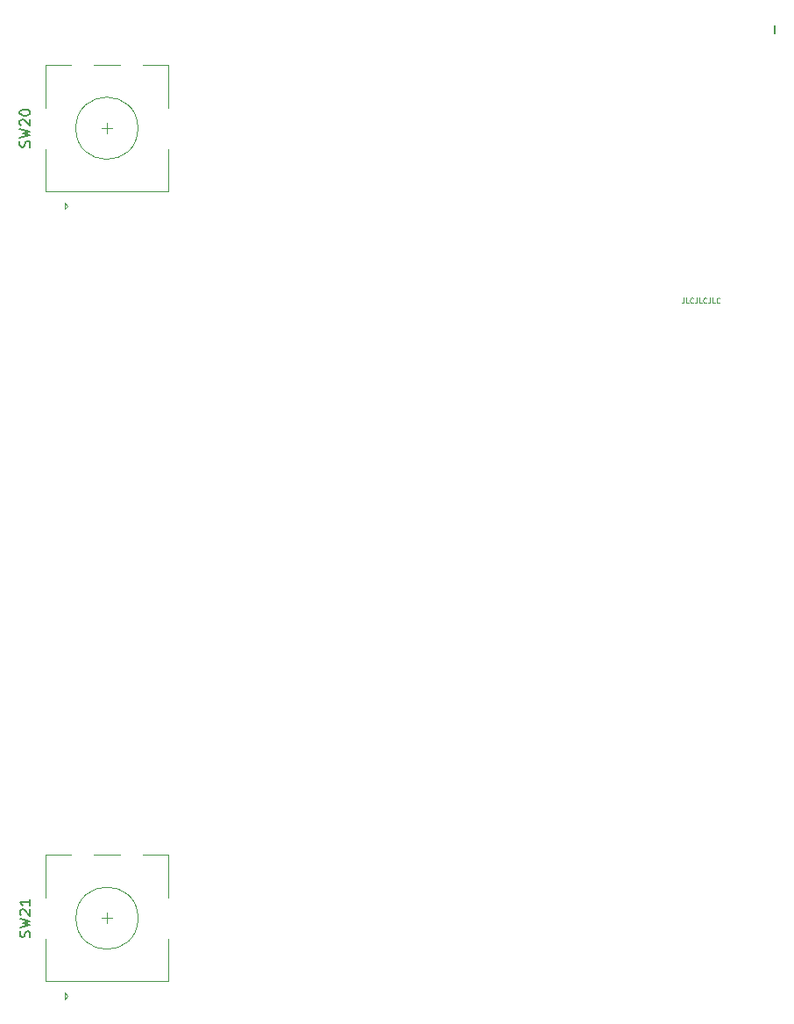
<source format=gbr>
G04 #@! TF.GenerationSoftware,KiCad,Pcbnew,(5.1.6)-1*
G04 #@! TF.CreationDate,2020-09-28T23:28:13+08:00*
G04 #@! TF.ProjectId,Hami,48616d69-2e6b-4696-9361-645f70636258,rev?*
G04 #@! TF.SameCoordinates,Original*
G04 #@! TF.FileFunction,Legend,Top*
G04 #@! TF.FilePolarity,Positive*
%FSLAX46Y46*%
G04 Gerber Fmt 4.6, Leading zero omitted, Abs format (unit mm)*
G04 Created by KiCad (PCBNEW (5.1.6)-1) date 2020-09-28 23:28:13*
%MOMM*%
%LPD*%
G01*
G04 APERTURE LIST*
%ADD10C,0.100000*%
%ADD11C,0.120000*%
%ADD12C,0.150000*%
G04 APERTURE END LIST*
D10*
X173176234Y-79847987D02*
X173176234Y-80205130D01*
X173152424Y-80276558D01*
X173104805Y-80324177D01*
X173033377Y-80347987D01*
X172985758Y-80347987D01*
X173652424Y-80347987D02*
X173414329Y-80347987D01*
X173414329Y-79847987D01*
X174104805Y-80300368D02*
X174080996Y-80324177D01*
X174009567Y-80347987D01*
X173961948Y-80347987D01*
X173890520Y-80324177D01*
X173842901Y-80276558D01*
X173819091Y-80228939D01*
X173795281Y-80133701D01*
X173795281Y-80062273D01*
X173819091Y-79967035D01*
X173842901Y-79919416D01*
X173890520Y-79871797D01*
X173961948Y-79847987D01*
X174009567Y-79847987D01*
X174080996Y-79871797D01*
X174104805Y-79895606D01*
X174461948Y-79847987D02*
X174461948Y-80205130D01*
X174438139Y-80276558D01*
X174390520Y-80324177D01*
X174319091Y-80347987D01*
X174271472Y-80347987D01*
X174938139Y-80347987D02*
X174700043Y-80347987D01*
X174700043Y-79847987D01*
X175390520Y-80300368D02*
X175366710Y-80324177D01*
X175295281Y-80347987D01*
X175247662Y-80347987D01*
X175176234Y-80324177D01*
X175128615Y-80276558D01*
X175104805Y-80228939D01*
X175080996Y-80133701D01*
X175080996Y-80062273D01*
X175104805Y-79967035D01*
X175128615Y-79919416D01*
X175176234Y-79871797D01*
X175247662Y-79847987D01*
X175295281Y-79847987D01*
X175366710Y-79871797D01*
X175390520Y-79895606D01*
X175747662Y-79847987D02*
X175747662Y-80205130D01*
X175723853Y-80276558D01*
X175676234Y-80324177D01*
X175604805Y-80347987D01*
X175557186Y-80347987D01*
X176223853Y-80347987D02*
X175985758Y-80347987D01*
X175985758Y-79847987D01*
X176676234Y-80300368D02*
X176652424Y-80324177D01*
X176580996Y-80347987D01*
X176533377Y-80347987D01*
X176461948Y-80324177D01*
X176414329Y-80276558D01*
X176390520Y-80228939D01*
X176366710Y-80133701D01*
X176366710Y-80062273D01*
X176390520Y-79967035D01*
X176414329Y-79919416D01*
X176461948Y-79871797D01*
X176533377Y-79847987D01*
X176580996Y-79847987D01*
X176652424Y-79871797D01*
X176676234Y-79895606D01*
D11*
X120475000Y-139700000D02*
G75*
G03*
X120475000Y-139700000I-3000000J0D01*
G01*
X123375000Y-141700000D02*
X123375000Y-145800000D01*
X111575000Y-141700000D02*
X111575000Y-145800000D01*
X113375000Y-146900000D02*
X113675000Y-147200000D01*
X113675000Y-147200000D02*
X113375000Y-147500000D01*
X111575000Y-137700000D02*
X111575000Y-133600000D01*
X113375000Y-147500000D02*
X113375000Y-146900000D01*
X111575000Y-145800000D02*
X123375000Y-145800000D01*
X111575000Y-133600000D02*
X113975000Y-133600000D01*
X123375000Y-133600000D02*
X123375000Y-137700000D01*
X116175000Y-133600000D02*
X118775000Y-133600000D01*
X120975000Y-133600000D02*
X123375000Y-133600000D01*
X116975000Y-139700000D02*
X117975000Y-139700000D01*
X117475000Y-140200000D02*
X117475000Y-139200000D01*
X120461000Y-63481999D02*
G75*
G03*
X120461000Y-63481999I-3000000J0D01*
G01*
X123361000Y-65481999D02*
X123361000Y-69581999D01*
X111561000Y-65481999D02*
X111561000Y-69581999D01*
X113361000Y-70681999D02*
X113661000Y-70981999D01*
X113661000Y-70981999D02*
X113361000Y-71281999D01*
X111561000Y-61481999D02*
X111561000Y-57381999D01*
X113361000Y-71281999D02*
X113361000Y-70681999D01*
X111561000Y-69581999D02*
X123361000Y-69581999D01*
X111561000Y-57381999D02*
X113961000Y-57381999D01*
X123361000Y-57381999D02*
X123361000Y-61481999D01*
X116161000Y-57381999D02*
X118761000Y-57381999D01*
X120961000Y-57381999D02*
X123361000Y-57381999D01*
X116961000Y-63481999D02*
X117961000Y-63481999D01*
X117461000Y-63981999D02*
X117461000Y-62981999D01*
D12*
X110005761Y-141509523D02*
X110053380Y-141366666D01*
X110053380Y-141128571D01*
X110005761Y-141033333D01*
X109958142Y-140985714D01*
X109862904Y-140938095D01*
X109767666Y-140938095D01*
X109672428Y-140985714D01*
X109624809Y-141033333D01*
X109577190Y-141128571D01*
X109529571Y-141319047D01*
X109481952Y-141414285D01*
X109434333Y-141461904D01*
X109339095Y-141509523D01*
X109243857Y-141509523D01*
X109148619Y-141461904D01*
X109101000Y-141414285D01*
X109053380Y-141319047D01*
X109053380Y-141080952D01*
X109101000Y-140938095D01*
X109053380Y-140604761D02*
X110053380Y-140366666D01*
X109339095Y-140176190D01*
X110053380Y-139985714D01*
X109053380Y-139747619D01*
X109148619Y-139414285D02*
X109101000Y-139366666D01*
X109053380Y-139271428D01*
X109053380Y-139033333D01*
X109101000Y-138938095D01*
X109148619Y-138890476D01*
X109243857Y-138842857D01*
X109339095Y-138842857D01*
X109481952Y-138890476D01*
X110053380Y-139461904D01*
X110053380Y-138842857D01*
X110053380Y-137890476D02*
X110053380Y-138461904D01*
X110053380Y-138176190D02*
X109053380Y-138176190D01*
X109196238Y-138271428D01*
X109291476Y-138366666D01*
X109339095Y-138461904D01*
X109991761Y-65291522D02*
X110039380Y-65148665D01*
X110039380Y-64910570D01*
X109991761Y-64815332D01*
X109944142Y-64767713D01*
X109848904Y-64720094D01*
X109753666Y-64720094D01*
X109658428Y-64767713D01*
X109610809Y-64815332D01*
X109563190Y-64910570D01*
X109515571Y-65101046D01*
X109467952Y-65196284D01*
X109420333Y-65243903D01*
X109325095Y-65291522D01*
X109229857Y-65291522D01*
X109134619Y-65243903D01*
X109087000Y-65196284D01*
X109039380Y-65101046D01*
X109039380Y-64862951D01*
X109087000Y-64720094D01*
X109039380Y-64386760D02*
X110039380Y-64148665D01*
X109325095Y-63958189D01*
X110039380Y-63767713D01*
X109039380Y-63529618D01*
X109134619Y-63196284D02*
X109087000Y-63148665D01*
X109039380Y-63053427D01*
X109039380Y-62815332D01*
X109087000Y-62720094D01*
X109134619Y-62672475D01*
X109229857Y-62624856D01*
X109325095Y-62624856D01*
X109467952Y-62672475D01*
X110039380Y-63243903D01*
X110039380Y-62624856D01*
X109039380Y-62005808D02*
X109039380Y-61910570D01*
X109087000Y-61815332D01*
X109134619Y-61767713D01*
X109229857Y-61720094D01*
X109420333Y-61672475D01*
X109658428Y-61672475D01*
X109848904Y-61720094D01*
X109944142Y-61767713D01*
X109991761Y-61815332D01*
X110039380Y-61910570D01*
X110039380Y-62005808D01*
X109991761Y-62101046D01*
X109944142Y-62148665D01*
X109848904Y-62196284D01*
X109658428Y-62243903D01*
X109420333Y-62243903D01*
X109229857Y-62196284D01*
X109134619Y-62148665D01*
X109087000Y-62101046D01*
X109039380Y-62005808D01*
X181971329Y-54302749D02*
X181971329Y-53540844D01*
M02*

</source>
